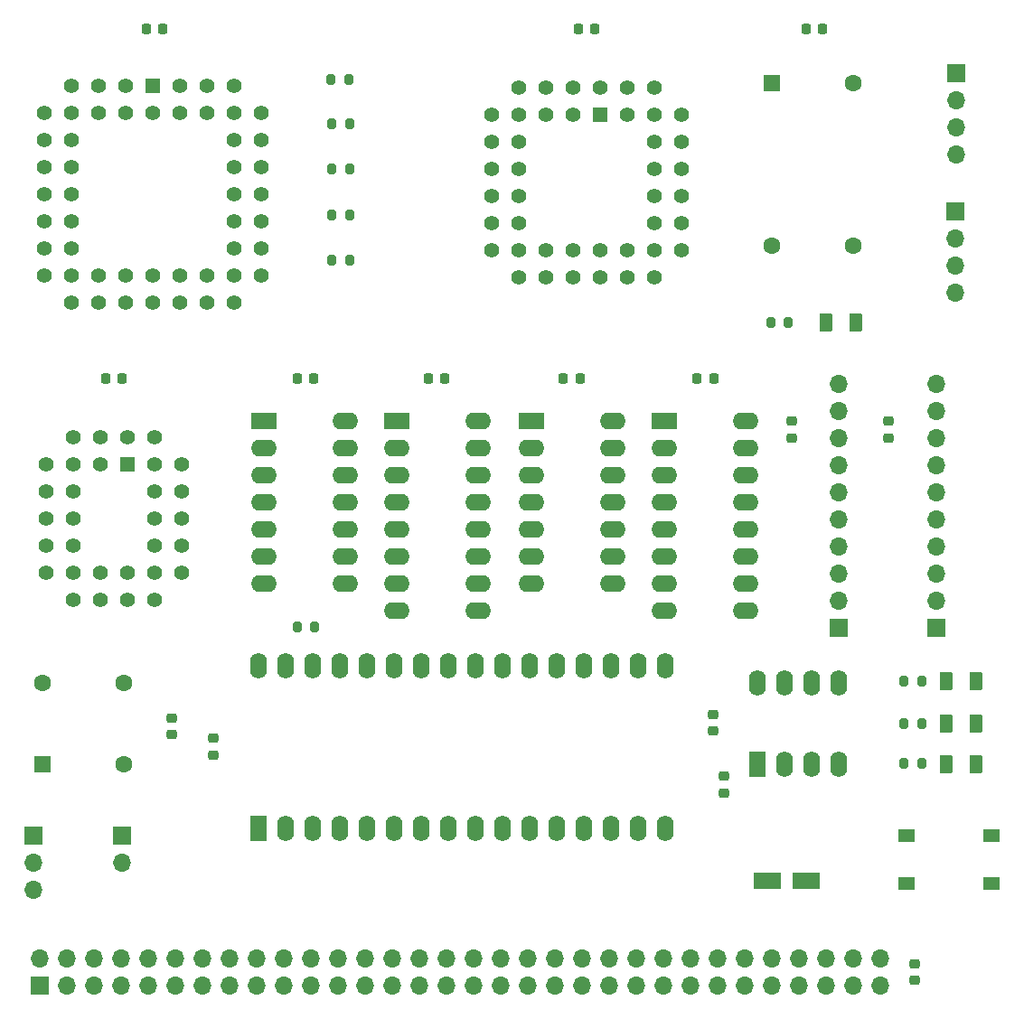
<source format=gbr>
%TF.GenerationSoftware,KiCad,Pcbnew,(6.0.2)*%
%TF.CreationDate,2022-05-05T17:12:40-07:00*%
%TF.ProjectId,Steve 68k,53746576-6520-4363-986b-2e6b69636164,rev?*%
%TF.SameCoordinates,Original*%
%TF.FileFunction,Soldermask,Top*%
%TF.FilePolarity,Negative*%
%FSLAX46Y46*%
G04 Gerber Fmt 4.6, Leading zero omitted, Abs format (unit mm)*
G04 Created by KiCad (PCBNEW (6.0.2)) date 2022-05-05 17:12:40*
%MOMM*%
%LPD*%
G01*
G04 APERTURE LIST*
G04 Aperture macros list*
%AMRoundRect*
0 Rectangle with rounded corners*
0 $1 Rounding radius*
0 $2 $3 $4 $5 $6 $7 $8 $9 X,Y pos of 4 corners*
0 Add a 4 corners polygon primitive as box body*
4,1,4,$2,$3,$4,$5,$6,$7,$8,$9,$2,$3,0*
0 Add four circle primitives for the rounded corners*
1,1,$1+$1,$2,$3*
1,1,$1+$1,$4,$5*
1,1,$1+$1,$6,$7*
1,1,$1+$1,$8,$9*
0 Add four rect primitives between the rounded corners*
20,1,$1+$1,$2,$3,$4,$5,0*
20,1,$1+$1,$4,$5,$6,$7,0*
20,1,$1+$1,$6,$7,$8,$9,0*
20,1,$1+$1,$8,$9,$2,$3,0*%
G04 Aperture macros list end*
%ADD10RoundRect,0.200000X0.200000X0.275000X-0.200000X0.275000X-0.200000X-0.275000X0.200000X-0.275000X0*%
%ADD11RoundRect,0.250000X-0.375000X-0.625000X0.375000X-0.625000X0.375000X0.625000X-0.375000X0.625000X0*%
%ADD12R,1.550000X1.300000*%
%ADD13RoundRect,0.200000X-0.200000X-0.275000X0.200000X-0.275000X0.200000X0.275000X-0.200000X0.275000X0*%
%ADD14RoundRect,0.225000X0.250000X-0.225000X0.250000X0.225000X-0.250000X0.225000X-0.250000X-0.225000X0*%
%ADD15RoundRect,0.250000X-1.050000X-0.550000X1.050000X-0.550000X1.050000X0.550000X-1.050000X0.550000X0*%
%ADD16RoundRect,0.225000X-0.250000X0.225000X-0.250000X-0.225000X0.250000X-0.225000X0.250000X0.225000X0*%
%ADD17RoundRect,0.225000X-0.225000X-0.250000X0.225000X-0.250000X0.225000X0.250000X-0.225000X0.250000X0*%
%ADD18R,1.600000X2.400000*%
%ADD19O,1.600000X2.400000*%
%ADD20R,1.422400X1.422400*%
%ADD21C,1.422400*%
%ADD22R,2.400000X1.600000*%
%ADD23O,2.400000X1.600000*%
%ADD24O,1.700000X1.700000*%
%ADD25R,1.700000X1.700000*%
%ADD26C,1.600000*%
%ADD27R,1.600000X1.600000*%
G04 APERTURE END LIST*
D10*
%TO.C,R7*%
X154079800Y-100457000D03*
X152429800Y-100457000D03*
%TD*%
D11*
%TO.C,D2*%
X156410200Y-100457000D03*
X159210200Y-100457000D03*
%TD*%
D12*
%TO.C,SW1*%
X160642200Y-114894800D03*
X152692200Y-114894800D03*
X152692200Y-119394800D03*
X160642200Y-119394800D03*
%TD*%
D13*
%TO.C,R10*%
X98768400Y-44043600D03*
X100418400Y-44043600D03*
%TD*%
D10*
%TO.C,R9*%
X154079800Y-108127800D03*
X152429800Y-108127800D03*
%TD*%
D13*
%TO.C,R8*%
X152429800Y-104368600D03*
X154079800Y-104368600D03*
%TD*%
D10*
%TO.C,R6*%
X141588000Y-66776600D03*
X139938000Y-66776600D03*
%TD*%
%TO.C,R5*%
X97253400Y-95326400D03*
X95603400Y-95326400D03*
%TD*%
D13*
%TO.C,R4*%
X98870000Y-60960100D03*
X100520000Y-60960100D03*
%TD*%
%TO.C,R3*%
X98870000Y-56705500D03*
X100520000Y-56705500D03*
%TD*%
%TO.C,R2*%
X98870000Y-52451000D03*
X100520000Y-52451000D03*
%TD*%
%TO.C,R1*%
X98870000Y-48196500D03*
X100520000Y-48196500D03*
%TD*%
D11*
%TO.C,D4*%
X156410200Y-108178600D03*
X159210200Y-108178600D03*
%TD*%
%TO.C,D3*%
X156410200Y-104394000D03*
X159210200Y-104394000D03*
%TD*%
%TO.C,D1*%
X145132600Y-66776600D03*
X147932600Y-66776600D03*
%TD*%
D14*
%TO.C,C16*%
X151013000Y-77610200D03*
X151013000Y-76060200D03*
%TD*%
D15*
%TO.C,C15*%
X139652600Y-119126000D03*
X143252600Y-119126000D03*
%TD*%
D14*
%TO.C,C14*%
X141919800Y-77610200D03*
X141919800Y-76060200D03*
%TD*%
D16*
%TO.C,C13*%
X134543800Y-103517400D03*
X134543800Y-105067400D03*
%TD*%
%TO.C,C12*%
X135610600Y-109321600D03*
X135610600Y-110871600D03*
%TD*%
%TO.C,C11*%
X87706200Y-105778000D03*
X87706200Y-107328000D03*
%TD*%
D14*
%TO.C,C10*%
X153466800Y-126885400D03*
X153466800Y-128435400D03*
%TD*%
D17*
%TO.C,C9*%
X95577200Y-72085400D03*
X97127200Y-72085400D03*
%TD*%
%TO.C,C8*%
X107896200Y-72085400D03*
X109446200Y-72085400D03*
%TD*%
%TO.C,C7*%
X133067600Y-72085400D03*
X134617600Y-72085400D03*
%TD*%
%TO.C,C6*%
X144793000Y-39319200D03*
X143243000Y-39319200D03*
%TD*%
%TO.C,C5*%
X120545400Y-72085400D03*
X122095400Y-72085400D03*
%TD*%
%TO.C,C4*%
X121932400Y-39319200D03*
X123482400Y-39319200D03*
%TD*%
D14*
%TO.C,C3*%
X83820000Y-103847600D03*
X83820000Y-105397600D03*
%TD*%
D17*
%TO.C,C2*%
X77644800Y-72085400D03*
X79194800Y-72085400D03*
%TD*%
%TO.C,C1*%
X81470200Y-39319200D03*
X83020200Y-39319200D03*
%TD*%
D18*
%TO.C,U7*%
X91948000Y-114203400D03*
D19*
X94488000Y-114203400D03*
X97028000Y-114203400D03*
X99568000Y-114203400D03*
X102108000Y-114203400D03*
X104648000Y-114203400D03*
X107188000Y-114203400D03*
X109728000Y-114203400D03*
X112268000Y-114203400D03*
X114808000Y-114203400D03*
X117348000Y-114203400D03*
X119888000Y-114203400D03*
X122428000Y-114203400D03*
X124968000Y-114203400D03*
X127508000Y-114203400D03*
X130048000Y-114203400D03*
X130048000Y-98963400D03*
X127508000Y-98963400D03*
X124968000Y-98963400D03*
X122428000Y-98963400D03*
X119888000Y-98963400D03*
X117348000Y-98963400D03*
X114808000Y-98963400D03*
X112268000Y-98963400D03*
X109728000Y-98963400D03*
X107188000Y-98963400D03*
X104648000Y-98963400D03*
X102108000Y-98963400D03*
X99568000Y-98963400D03*
X97028000Y-98963400D03*
X94488000Y-98963400D03*
X91948000Y-98963400D03*
%TD*%
D20*
%TO.C,U5*%
X123977400Y-47313200D03*
D21*
X121437400Y-44773200D03*
X121437400Y-47313200D03*
X118897400Y-44773200D03*
X118897400Y-47313200D03*
X116357400Y-44773200D03*
X113817400Y-47313200D03*
X116357400Y-47313200D03*
X113817400Y-49853200D03*
X116357400Y-49853200D03*
X113817400Y-52393200D03*
X116357400Y-52393200D03*
X113817400Y-54933200D03*
X116357400Y-54933200D03*
X113817400Y-57473200D03*
X116357400Y-57473200D03*
X113817400Y-60013200D03*
X116357400Y-62553200D03*
X116357400Y-60013200D03*
X118897400Y-62553200D03*
X118897400Y-60013200D03*
X121437400Y-62553200D03*
X121437400Y-60013200D03*
X123977400Y-62553200D03*
X123977400Y-60013200D03*
X126517400Y-62553200D03*
X126517400Y-60013200D03*
X129057400Y-62553200D03*
X131597400Y-60013200D03*
X129057400Y-60013200D03*
X131597400Y-57473200D03*
X129057400Y-57473200D03*
X131597400Y-54933200D03*
X129057400Y-54933200D03*
X131597400Y-52393200D03*
X129057400Y-52393200D03*
X131597400Y-49853200D03*
X129057400Y-49853200D03*
X131597400Y-47313200D03*
X129057400Y-44773200D03*
X129057400Y-47313200D03*
X126517400Y-44773200D03*
X126517400Y-47313200D03*
X123977400Y-44773200D03*
%TD*%
D22*
%TO.C,U3*%
X104886600Y-75991800D03*
D23*
X104886600Y-78531800D03*
X104886600Y-81071800D03*
X104886600Y-83611800D03*
X104886600Y-86151800D03*
X104886600Y-88691800D03*
X104886600Y-91231800D03*
X104886600Y-93771800D03*
X112506600Y-93771800D03*
X112506600Y-91231800D03*
X112506600Y-88691800D03*
X112506600Y-86151800D03*
X112506600Y-83611800D03*
X112506600Y-81071800D03*
X112506600Y-78531800D03*
X112506600Y-75991800D03*
%TD*%
D24*
%TO.C,J7*%
X157302200Y-51028600D03*
X157302200Y-48488600D03*
X157302200Y-45948600D03*
D25*
X157302200Y-43408600D03*
%TD*%
D21*
%TO.C,U2*%
X79655200Y-77571800D03*
X82195200Y-80111800D03*
X82195200Y-77571800D03*
X84735200Y-80111800D03*
X82195200Y-82651800D03*
X84735200Y-82651800D03*
X82195200Y-85191800D03*
X84735200Y-85191800D03*
X82195200Y-87731800D03*
X84735200Y-87731800D03*
X82195200Y-90271800D03*
X84735200Y-90271800D03*
X82195200Y-92811800D03*
X79655200Y-90271800D03*
X79655200Y-92811800D03*
X77115200Y-90271800D03*
X77115200Y-92811800D03*
X74575200Y-90271800D03*
X74575200Y-92811800D03*
X72035200Y-90271800D03*
X74575200Y-87731800D03*
X72035200Y-87731800D03*
X74575200Y-85191800D03*
X72035200Y-85191800D03*
X74575200Y-82651800D03*
X72035200Y-82651800D03*
X74575200Y-80111800D03*
X72035200Y-80111800D03*
X74575200Y-77571800D03*
X77115200Y-80111800D03*
X77115200Y-77571800D03*
D20*
X79655200Y-80111800D03*
%TD*%
%TO.C,IC1*%
X82092800Y-44653200D03*
D21*
X82092800Y-47193200D03*
X79552800Y-44653200D03*
X79552800Y-47193200D03*
X77012800Y-44653200D03*
X77012800Y-47193200D03*
X74472800Y-44653200D03*
X71932800Y-47193200D03*
X74472800Y-47193200D03*
X71932800Y-49733200D03*
X74472800Y-49733200D03*
X71932800Y-52273200D03*
X74472800Y-52273200D03*
X71932800Y-54813200D03*
X74472800Y-54813200D03*
X71932800Y-57353200D03*
X74472800Y-57353200D03*
X71932800Y-59893200D03*
X74472800Y-59893200D03*
X71932800Y-62433200D03*
X74472800Y-64973200D03*
X74472800Y-62433200D03*
X77012800Y-64973200D03*
X77012800Y-62433200D03*
X79552800Y-64973200D03*
X79552800Y-62433200D03*
X82092800Y-64973200D03*
X82092800Y-62433200D03*
X84632800Y-64973200D03*
X84632800Y-62433200D03*
X87172800Y-64973200D03*
X87172800Y-62433200D03*
X89712800Y-64973200D03*
X92252800Y-62433200D03*
X89712800Y-62433200D03*
X92252800Y-59893200D03*
X89712800Y-59893200D03*
X92252800Y-57353200D03*
X89712800Y-57353200D03*
X92252800Y-54813200D03*
X89712800Y-54813200D03*
X92252800Y-52273200D03*
X89712800Y-52273200D03*
X92252800Y-49733200D03*
X89712800Y-49733200D03*
X92252800Y-47193200D03*
X89712800Y-44653200D03*
X89712800Y-47193200D03*
X87172800Y-44653200D03*
X87172800Y-47193200D03*
X84632800Y-44653200D03*
X84632800Y-47193200D03*
%TD*%
D24*
%TO.C,J6*%
X146339400Y-72575200D03*
X146339400Y-75115200D03*
X146339400Y-77655200D03*
X146339400Y-80195200D03*
X146339400Y-82735200D03*
X146339400Y-85275200D03*
X146339400Y-87815200D03*
X146339400Y-90355200D03*
X146339400Y-92895200D03*
D25*
X146339400Y-95435200D03*
%TD*%
D24*
%TO.C,J5*%
X155432600Y-72575200D03*
X155432600Y-75115200D03*
X155432600Y-77655200D03*
X155432600Y-80195200D03*
X155432600Y-82735200D03*
X155432600Y-85275200D03*
X155432600Y-87815200D03*
X155432600Y-90355200D03*
X155432600Y-92895200D03*
D25*
X155432600Y-95435200D03*
%TD*%
D23*
%TO.C,U4*%
X125130400Y-75991800D03*
X125130400Y-78531800D03*
X125130400Y-81071800D03*
X125130400Y-83611800D03*
X125130400Y-86151800D03*
X125130400Y-88691800D03*
X125130400Y-91231800D03*
X117510400Y-91231800D03*
X117510400Y-88691800D03*
X117510400Y-86151800D03*
X117510400Y-83611800D03*
X117510400Y-81071800D03*
X117510400Y-78531800D03*
D22*
X117510400Y-75991800D03*
%TD*%
D25*
%TO.C,J4*%
X79146400Y-114884200D03*
D24*
X79146400Y-117424200D03*
%TD*%
D25*
%TO.C,J3*%
X70891400Y-114884200D03*
D24*
X70891400Y-117424200D03*
X70891400Y-119964200D03*
%TD*%
D19*
%TO.C,U8*%
X138694000Y-100599400D03*
X141234000Y-100599400D03*
X143774000Y-100599400D03*
X146314000Y-100599400D03*
X146314000Y-108219400D03*
X143774000Y-108219400D03*
X141234000Y-108219400D03*
D18*
X138694000Y-108219400D03*
%TD*%
D26*
%TO.C,X1*%
X71704200Y-100609400D03*
X79324200Y-100609400D03*
X79324200Y-108229400D03*
D27*
X71704200Y-108229400D03*
%TD*%
%TO.C,X2*%
X140030200Y-44393200D03*
D26*
X140030200Y-59633200D03*
X147650200Y-59633200D03*
X147650200Y-44393200D03*
%TD*%
D22*
%TO.C,U1*%
X92516800Y-75991800D03*
D23*
X92516800Y-78531800D03*
X92516800Y-81071800D03*
X92516800Y-83611800D03*
X92516800Y-86151800D03*
X92516800Y-88691800D03*
X92516800Y-91231800D03*
X100136800Y-91231800D03*
X100136800Y-88691800D03*
X100136800Y-86151800D03*
X100136800Y-83611800D03*
X100136800Y-81071800D03*
X100136800Y-78531800D03*
X100136800Y-75991800D03*
%TD*%
D22*
%TO.C,U6*%
X130007200Y-75991800D03*
D23*
X130007200Y-78531800D03*
X130007200Y-81071800D03*
X130007200Y-83611800D03*
X130007200Y-86151800D03*
X130007200Y-88691800D03*
X130007200Y-91231800D03*
X130007200Y-93771800D03*
X137627200Y-93771800D03*
X137627200Y-91231800D03*
X137627200Y-88691800D03*
X137627200Y-86151800D03*
X137627200Y-83611800D03*
X137627200Y-81071800D03*
X137627200Y-78531800D03*
X137627200Y-75991800D03*
%TD*%
D24*
%TO.C,J1*%
X157276800Y-64043400D03*
X157276800Y-61503400D03*
X157276800Y-58963400D03*
D25*
X157276800Y-56423400D03*
%TD*%
%TO.C,J2*%
X71501000Y-128955800D03*
D24*
X71501000Y-126415800D03*
X74041000Y-128955800D03*
X74041000Y-126415800D03*
X76581000Y-128955800D03*
X76581000Y-126415800D03*
X79121000Y-128955800D03*
X79121000Y-126415800D03*
X81661000Y-128955800D03*
X81661000Y-126415800D03*
X84201000Y-128955800D03*
X84201000Y-126415800D03*
X86741000Y-128955800D03*
X86741000Y-126415800D03*
X89281000Y-128955800D03*
X89281000Y-126415800D03*
X91821000Y-128955800D03*
X91821000Y-126415800D03*
X94361000Y-128955800D03*
X94361000Y-126415800D03*
X96901000Y-128955800D03*
X96901000Y-126415800D03*
X99441000Y-128955800D03*
X99441000Y-126415800D03*
X101981000Y-128955800D03*
X101981000Y-126415800D03*
X104521000Y-128955800D03*
X104521000Y-126415800D03*
X107061000Y-128955800D03*
X107061000Y-126415800D03*
X109601000Y-128955800D03*
X109601000Y-126415800D03*
X112141000Y-128955800D03*
X112141000Y-126415800D03*
X114681000Y-128955800D03*
X114681000Y-126415800D03*
X117221000Y-128955800D03*
X117221000Y-126415800D03*
X119761000Y-128955800D03*
X119761000Y-126415800D03*
X122301000Y-128955800D03*
X122301000Y-126415800D03*
X124841000Y-128955800D03*
X124841000Y-126415800D03*
X127381000Y-128955800D03*
X127381000Y-126415800D03*
X129921000Y-128955800D03*
X129921000Y-126415800D03*
X132461000Y-128955800D03*
X132461000Y-126415800D03*
X135001000Y-128955800D03*
X135001000Y-126415800D03*
X137541000Y-128955800D03*
X137541000Y-126415800D03*
X140081000Y-128955800D03*
X140081000Y-126415800D03*
X142621000Y-128955800D03*
X142621000Y-126415800D03*
X145161000Y-128955800D03*
X145161000Y-126415800D03*
X147701000Y-128955800D03*
X147701000Y-126415800D03*
X150241000Y-128955800D03*
X150241000Y-126415800D03*
%TD*%
M02*

</source>
